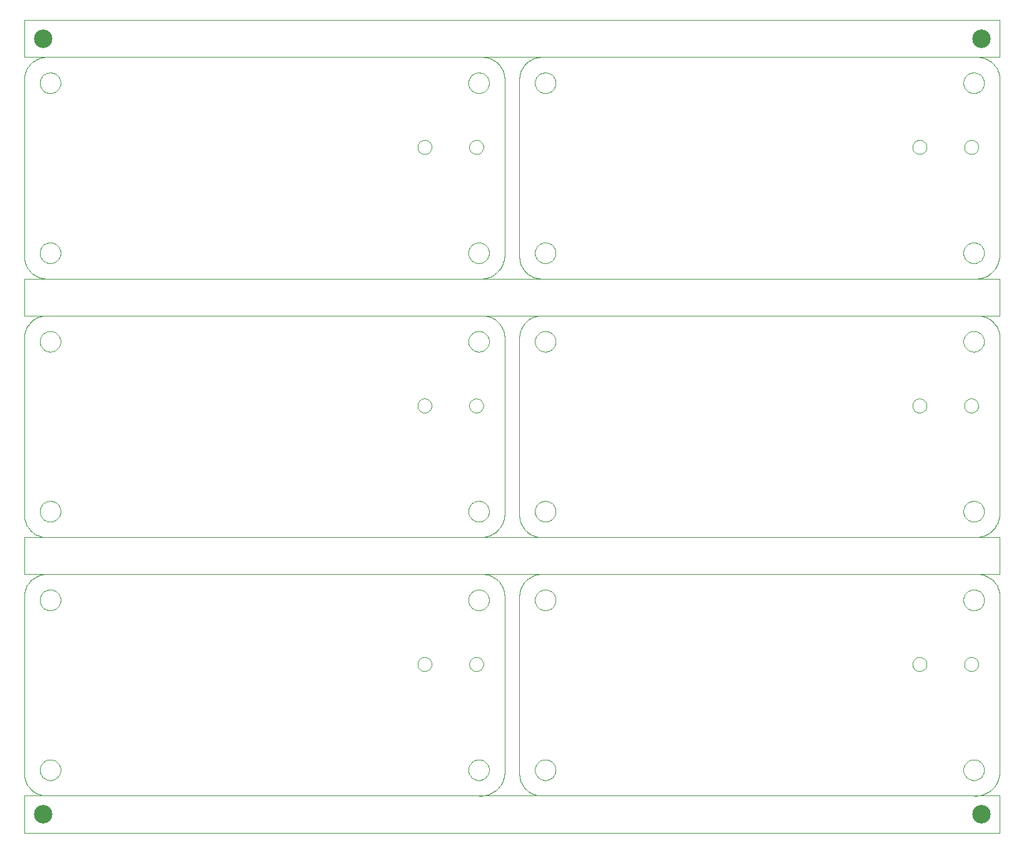
<source format=gko>
G04 CAM350 V9.5 (Build 208) Date:  Mon Jul 18 11:23:50 2016 *
G04 Database: e:\2016\7.18\2x2=2\2x2.cam *
G04 Layer 8: OhEyeZeroWithAu *
%FSLAX24Y24*%
%MOIN*%
%SFA1.000B1.000*%

%MIA0B0*%
%IPPOS*%
%ADD71C,0.00000*%
%ADD235C,0.09843*%
%LNOhEyeZeroWithAu*%
%LPD*%
G54D235*
X3634Y-698D03*
X53635D03*
X3634Y40640D03*
X53635D03*
G54D71*
X2650Y1467D02*
G01Y7963D01*
X3477Y10719D02*
G01X3479Y10766D01*
X3485Y10812*
X3495Y10858*
X3508Y10903*
X3526Y10946*
X3547Y10988*
X3571Y11028*
X3599Y11065*
X3630Y11100*
X3664Y11133*
X3700Y11162*
X3739Y11188*
X3780Y11211*
X3823Y11230*
X3867Y11246*
X3912Y11258*
X3958Y11266*
X4005Y11270*
X4051*
X4098Y11266*
X4144Y11258*
X4189Y11246*
X4233Y11230*
X4276Y11211*
X4317Y11188*
X4356Y11162*
X4392Y11133*
X4426Y11100*
X4457Y11065*
X4485Y11028*
X4509Y10988*
X4530Y10946*
X4548Y10903*
X4561Y10858*
X4571Y10812*
X4577Y10766*
X4579Y10719*
X4577Y10672*
X4571Y10626*
X4561Y10580*
X4548Y10535*
X4530Y10492*
X4509Y10450*
X4485Y10410*
X4457Y10373*
X4426Y10338*
X4392Y10305*
X4356Y10276*
X4317Y10250*
X4276Y10227*
X4233Y10208*
X4189Y10192*
X4144Y10180*
X4098Y10172*
X4051Y10168*
X4005*
X3958Y10172*
X3912Y10180*
X3867Y10192*
X3823Y10208*
X3780Y10227*
X3739Y10250*
X3700Y10276*
X3664Y10305*
X3630Y10338*
X3599Y10373*
X3571Y10410*
X3547Y10450*
X3526Y10492*
X3508Y10535*
X3495Y10580*
X3485Y10626*
X3479Y10672*
X3477Y10719*
X2650Y10916D02*
G01X2652Y10982D01*
X2657Y11048*
X2667Y11114*
X2680Y11179*
X2696Y11243*
X2716Y11306*
X2740Y11368*
X2767Y11428*
X2797Y11487*
X2831Y11544*
X2868Y11599*
X2908Y11652*
X2950Y11703*
X2996Y11751*
X3044Y11797*
X3095Y11839*
X3148Y11879*
X3203Y11916*
X3260Y11950*
X3319Y11980*
X3379Y12007*
X3441Y12031*
X3504Y12051*
X3568Y12067*
X3633Y12080*
X3699Y12090*
X3765Y12095*
X3831Y12097*
X27059*
X27125Y12095*
X27191Y12090*
X27257Y12080*
X27322Y12067*
X27386Y12051*
X27449Y12031*
X27511Y12007*
X27571Y11980*
X27630Y11950*
X27687Y11916*
X27742Y11879*
X27795Y11839*
X27846Y11797*
X27894Y11751*
X27940Y11703*
X27982Y11652*
X28022Y11599*
X28059Y11544*
X28093Y11487*
X28123Y11428*
X28150Y11368*
X28174Y11306*
X28194Y11243*
X28210Y11179*
X28223Y11114*
X28233Y11048*
X28238Y10982*
X28240Y10916*
X28241D02*
G01Y1467D01*
X28240Y1468D02*
G01X28233Y1398D01*
X28222Y1330*
X28207Y1262*
X28189Y1195*
X28167Y1129*
X28142Y1064*
X28113Y1001*
X28081Y940*
X28045Y880*
X28006Y822*
X27965Y767*
X27920Y714*
X27872Y663*
X27822Y615*
X27769Y570*
X27714Y527*
X27657Y488*
X27597Y452*
X27536Y419*
X27473Y390*
X27409Y364*
X27343Y341*
X27276Y322*
X27208Y307*
X27140Y296*
X27071Y288*
X27001Y284*
X26932Y283*
X26863Y287*
X26312Y1664D02*
G01X26314Y1711D01*
X26320Y1757*
X26330Y1803*
X26343Y1848*
X26361Y1891*
X26382Y1933*
X26406Y1973*
X26434Y2010*
X26465Y2045*
X26499Y2078*
X26535Y2107*
X26574Y2133*
X26615Y2156*
X26658Y2175*
X26702Y2191*
X26747Y2203*
X26793Y2211*
X26840Y2215*
X26886*
X26933Y2211*
X26979Y2203*
X27024Y2191*
X27068Y2175*
X27111Y2156*
X27152Y2133*
X27191Y2107*
X27227Y2078*
X27261Y2045*
X27292Y2010*
X27320Y1973*
X27344Y1933*
X27365Y1891*
X27383Y1848*
X27396Y1803*
X27406Y1757*
X27412Y1711*
X27414Y1664*
X27412Y1617*
X27406Y1571*
X27396Y1525*
X27383Y1480*
X27365Y1437*
X27344Y1395*
X27320Y1355*
X27292Y1318*
X27261Y1283*
X27227Y1250*
X27191Y1221*
X27152Y1195*
X27111Y1172*
X27068Y1153*
X27024Y1137*
X26979Y1125*
X26933Y1117*
X26886Y1113*
X26840*
X26793Y1117*
X26747Y1125*
X26702Y1137*
X26658Y1153*
X26615Y1172*
X26574Y1195*
X26535Y1221*
X26499Y1250*
X26465Y1283*
X26434Y1318*
X26406Y1355*
X26382Y1395*
X26361Y1437*
X26343Y1480*
X26330Y1525*
X26320Y1571*
X26314Y1617*
X26312Y1664*
X26863Y286D02*
G01X3831D01*
X3765Y288*
X3699Y293*
X3633Y303*
X3568Y316*
X3504Y332*
X3441Y352*
X3379Y376*
X3319Y403*
X3260Y433*
X3203Y467*
X3148Y504*
X3095Y544*
X3044Y586*
X2996Y632*
X2950Y680*
X2908Y731*
X2868Y784*
X2831Y839*
X2797Y896*
X2767Y955*
X2740Y1015*
X2716Y1077*
X2696Y1140*
X2680Y1204*
X2667Y1269*
X2657Y1335*
X2652Y1401*
X2650Y1467*
X3477Y1664D02*
G01X3479Y1711D01*
X3485Y1757*
X3495Y1803*
X3508Y1848*
X3526Y1891*
X3547Y1933*
X3571Y1973*
X3599Y2010*
X3630Y2045*
X3664Y2078*
X3700Y2107*
X3739Y2133*
X3780Y2156*
X3823Y2175*
X3867Y2191*
X3912Y2203*
X3958Y2211*
X4005Y2215*
X4051*
X4098Y2211*
X4144Y2203*
X4189Y2191*
X4233Y2175*
X4276Y2156*
X4317Y2133*
X4356Y2107*
X4392Y2078*
X4426Y2045*
X4457Y2010*
X4485Y1973*
X4509Y1933*
X4530Y1891*
X4548Y1848*
X4561Y1803*
X4571Y1757*
X4577Y1711*
X4579Y1664*
X4577Y1617*
X4571Y1571*
X4561Y1525*
X4548Y1480*
X4530Y1437*
X4509Y1395*
X4485Y1355*
X4457Y1318*
X4426Y1283*
X4392Y1250*
X4356Y1221*
X4317Y1195*
X4276Y1172*
X4233Y1153*
X4189Y1137*
X4144Y1125*
X4098Y1117*
X4051Y1113*
X4005*
X3958Y1117*
X3912Y1125*
X3867Y1137*
X3823Y1153*
X3780Y1172*
X3739Y1195*
X3700Y1221*
X3664Y1250*
X3630Y1283*
X3599Y1318*
X3571Y1355*
X3547Y1395*
X3526Y1437*
X3508Y1480*
X3495Y1525*
X3485Y1571*
X3479Y1617*
X3477Y1664*
X2650Y4814D02*
G01Y10916D01*
X23602Y7300D02*
G01X23604Y7338D01*
X23610Y7377*
X23620Y7414*
X23633Y7450*
X23651Y7484*
X23671Y7517*
X23695Y7547*
X23722Y7574*
X23752Y7599*
X23783Y7621*
X23817Y7639*
X23853Y7653*
X23890Y7664*
X23928Y7671*
X23966Y7674*
X24005Y7673*
X24043Y7668*
X24081Y7659*
X24117Y7646*
X24152Y7630*
X24185Y7610*
X24216Y7587*
X24244Y7561*
X24269Y7532*
X24292Y7501*
X24311Y7467*
X24326Y7432*
X24338Y7395*
X24346Y7358*
X24350Y7319*
Y7281*
X24346Y7242*
X24338Y7205*
X24326Y7168*
X24311Y7133*
X24292Y7099*
X24269Y7068*
X24244Y7039*
X24216Y7013*
X24185Y6990*
X24152Y6970*
X24117Y6954*
X24081Y6941*
X24043Y6932*
X24005Y6927*
X23966Y6926*
X23928Y6929*
X23890Y6936*
X23853Y6947*
X23817Y6961*
X23783Y6979*
X23752Y7001*
X23722Y7026*
X23695Y7053*
X23671Y7083*
X23651Y7116*
X23633Y7150*
X23620Y7186*
X23610Y7223*
X23604Y7262*
X23602Y7300*
X26358D02*
G01X26360Y7338D01*
X26366Y7377*
X26376Y7414*
X26389Y7450*
X26407Y7484*
X26427Y7517*
X26451Y7547*
X26478Y7574*
X26508Y7599*
X26539Y7621*
X26573Y7639*
X26609Y7653*
X26646Y7664*
X26684Y7671*
X26722Y7674*
X26761Y7673*
X26799Y7668*
X26837Y7659*
X26873Y7646*
X26908Y7630*
X26941Y7610*
X26972Y7587*
X27000Y7561*
X27025Y7532*
X27048Y7501*
X27067Y7467*
X27082Y7432*
X27094Y7395*
X27102Y7358*
X27106Y7319*
Y7281*
X27102Y7242*
X27094Y7205*
X27082Y7168*
X27067Y7133*
X27048Y7099*
X27025Y7068*
X27000Y7039*
X26972Y7013*
X26941Y6990*
X26908Y6970*
X26873Y6954*
X26837Y6941*
X26799Y6932*
X26761Y6927*
X26722Y6926*
X26684Y6929*
X26646Y6936*
X26609Y6947*
X26573Y6961*
X26539Y6979*
X26508Y7001*
X26478Y7026*
X26451Y7053*
X26427Y7083*
X26407Y7116*
X26389Y7150*
X26376Y7186*
X26366Y7223*
X26360Y7262*
X26358Y7300*
X26312Y10719D02*
G01X26314Y10766D01*
X26320Y10812*
X26330Y10858*
X26343Y10903*
X26361Y10946*
X26382Y10988*
X26406Y11028*
X26434Y11065*
X26465Y11100*
X26499Y11133*
X26535Y11162*
X26574Y11188*
X26615Y11211*
X26658Y11230*
X26702Y11246*
X26747Y11258*
X26793Y11266*
X26840Y11270*
X26886*
X26933Y11266*
X26979Y11258*
X27024Y11246*
X27068Y11230*
X27111Y11211*
X27152Y11188*
X27191Y11162*
X27227Y11133*
X27261Y11100*
X27292Y11065*
X27320Y11028*
X27344Y10988*
X27365Y10946*
X27383Y10903*
X27396Y10858*
X27406Y10812*
X27412Y10766*
X27414Y10719*
X27412Y10672*
X27406Y10626*
X27396Y10580*
X27383Y10535*
X27365Y10492*
X27344Y10450*
X27320Y10410*
X27292Y10373*
X27261Y10338*
X27227Y10305*
X27191Y10276*
X27152Y10250*
X27111Y10227*
X27068Y10208*
X27024Y10192*
X26979Y10180*
X26933Y10172*
X26886Y10168*
X26840*
X26793Y10172*
X26747Y10180*
X26702Y10192*
X26658Y10208*
X26615Y10227*
X26574Y10250*
X26535Y10276*
X26499Y10305*
X26465Y10338*
X26434Y10373*
X26406Y10410*
X26382Y10450*
X26361Y10492*
X26343Y10535*
X26330Y10580*
X26320Y10626*
X26314Y10672*
X26312Y10719*
X29028Y1467D02*
G01Y7963D01*
X29855Y10719D02*
G01X29857Y10766D01*
X29863Y10812*
X29873Y10858*
X29886Y10903*
X29904Y10946*
X29925Y10988*
X29949Y11028*
X29977Y11065*
X30008Y11100*
X30042Y11133*
X30078Y11162*
X30117Y11188*
X30158Y11211*
X30201Y11230*
X30245Y11246*
X30290Y11258*
X30336Y11266*
X30383Y11270*
X30429*
X30476Y11266*
X30522Y11258*
X30567Y11246*
X30611Y11230*
X30654Y11211*
X30695Y11188*
X30734Y11162*
X30770Y11133*
X30804Y11100*
X30835Y11065*
X30863Y11028*
X30887Y10988*
X30908Y10946*
X30926Y10903*
X30939Y10858*
X30949Y10812*
X30955Y10766*
X30957Y10719*
X30955Y10672*
X30949Y10626*
X30939Y10580*
X30926Y10535*
X30908Y10492*
X30887Y10450*
X30863Y10410*
X30835Y10373*
X30804Y10338*
X30770Y10305*
X30734Y10276*
X30695Y10250*
X30654Y10227*
X30611Y10208*
X30567Y10192*
X30522Y10180*
X30476Y10172*
X30429Y10168*
X30383*
X30336Y10172*
X30290Y10180*
X30245Y10192*
X30201Y10208*
X30158Y10227*
X30117Y10250*
X30078Y10276*
X30042Y10305*
X30008Y10338*
X29977Y10373*
X29949Y10410*
X29925Y10450*
X29904Y10492*
X29886Y10535*
X29873Y10580*
X29863Y10626*
X29857Y10672*
X29855Y10719*
X29028Y10916D02*
G01X29030Y10982D01*
X29035Y11048*
X29045Y11114*
X29058Y11179*
X29074Y11243*
X29094Y11306*
X29118Y11368*
X29145Y11428*
X29175Y11487*
X29209Y11544*
X29246Y11599*
X29286Y11652*
X29328Y11703*
X29374Y11751*
X29422Y11797*
X29473Y11839*
X29526Y11879*
X29581Y11916*
X29638Y11950*
X29697Y11980*
X29757Y12007*
X29819Y12031*
X29882Y12051*
X29946Y12067*
X30011Y12080*
X30077Y12090*
X30143Y12095*
X30209Y12097*
X53437*
X53503Y12095*
X53569Y12090*
X53635Y12080*
X53700Y12067*
X53764Y12051*
X53827Y12031*
X53889Y12007*
X53949Y11980*
X54008Y11950*
X54065Y11916*
X54120Y11879*
X54173Y11839*
X54224Y11797*
X54272Y11751*
X54318Y11703*
X54360Y11652*
X54400Y11599*
X54437Y11544*
X54471Y11487*
X54501Y11428*
X54528Y11368*
X54552Y11306*
X54572Y11243*
X54588Y11179*
X54601Y11114*
X54611Y11048*
X54616Y10982*
X54618Y10916*
X54619D02*
G01Y1467D01*
X54618Y1468D02*
G01X54611Y1398D01*
X54600Y1330*
X54585Y1262*
X54567Y1195*
X54545Y1129*
X54520Y1064*
X54491Y1001*
X54459Y940*
X54423Y880*
X54384Y822*
X54343Y767*
X54298Y714*
X54250Y663*
X54200Y615*
X54147Y570*
X54092Y527*
X54035Y488*
X53975Y452*
X53914Y419*
X53851Y390*
X53787Y364*
X53721Y341*
X53654Y322*
X53586Y307*
X53518Y296*
X53449Y288*
X53379Y284*
X53310Y283*
X53241Y287*
X52690Y1664D02*
G01X52692Y1711D01*
X52698Y1757*
X52708Y1803*
X52721Y1848*
X52739Y1891*
X52760Y1933*
X52784Y1973*
X52812Y2010*
X52843Y2045*
X52877Y2078*
X52913Y2107*
X52952Y2133*
X52993Y2156*
X53036Y2175*
X53080Y2191*
X53125Y2203*
X53171Y2211*
X53218Y2215*
X53264*
X53311Y2211*
X53357Y2203*
X53402Y2191*
X53446Y2175*
X53489Y2156*
X53530Y2133*
X53569Y2107*
X53605Y2078*
X53639Y2045*
X53670Y2010*
X53698Y1973*
X53722Y1933*
X53743Y1891*
X53761Y1848*
X53774Y1803*
X53784Y1757*
X53790Y1711*
X53792Y1664*
X53790Y1617*
X53784Y1571*
X53774Y1525*
X53761Y1480*
X53743Y1437*
X53722Y1395*
X53698Y1355*
X53670Y1318*
X53639Y1283*
X53605Y1250*
X53569Y1221*
X53530Y1195*
X53489Y1172*
X53446Y1153*
X53402Y1137*
X53357Y1125*
X53311Y1117*
X53264Y1113*
X53218*
X53171Y1117*
X53125Y1125*
X53080Y1137*
X53036Y1153*
X52993Y1172*
X52952Y1195*
X52913Y1221*
X52877Y1250*
X52843Y1283*
X52812Y1318*
X52784Y1355*
X52760Y1395*
X52739Y1437*
X52721Y1480*
X52708Y1525*
X52698Y1571*
X52692Y1617*
X52690Y1664*
X53241Y286D02*
G01X30209D01*
X30143Y288*
X30077Y293*
X30011Y303*
X29946Y316*
X29882Y332*
X29819Y352*
X29757Y376*
X29697Y403*
X29638Y433*
X29581Y467*
X29526Y504*
X29473Y544*
X29422Y586*
X29374Y632*
X29328Y680*
X29286Y731*
X29246Y784*
X29209Y839*
X29175Y896*
X29145Y955*
X29118Y1015*
X29094Y1077*
X29074Y1140*
X29058Y1204*
X29045Y1269*
X29035Y1335*
X29030Y1401*
X29028Y1467*
X29855Y1664D02*
G01X29857Y1711D01*
X29863Y1757*
X29873Y1803*
X29886Y1848*
X29904Y1891*
X29925Y1933*
X29949Y1973*
X29977Y2010*
X30008Y2045*
X30042Y2078*
X30078Y2107*
X30117Y2133*
X30158Y2156*
X30201Y2175*
X30245Y2191*
X30290Y2203*
X30336Y2211*
X30383Y2215*
X30429*
X30476Y2211*
X30522Y2203*
X30567Y2191*
X30611Y2175*
X30654Y2156*
X30695Y2133*
X30734Y2107*
X30770Y2078*
X30804Y2045*
X30835Y2010*
X30863Y1973*
X30887Y1933*
X30908Y1891*
X30926Y1848*
X30939Y1803*
X30949Y1757*
X30955Y1711*
X30957Y1664*
X30955Y1617*
X30949Y1571*
X30939Y1525*
X30926Y1480*
X30908Y1437*
X30887Y1395*
X30863Y1355*
X30835Y1318*
X30804Y1283*
X30770Y1250*
X30734Y1221*
X30695Y1195*
X30654Y1172*
X30611Y1153*
X30567Y1137*
X30522Y1125*
X30476Y1117*
X30429Y1113*
X30383*
X30336Y1117*
X30290Y1125*
X30245Y1137*
X30201Y1153*
X30158Y1172*
X30117Y1195*
X30078Y1221*
X30042Y1250*
X30008Y1283*
X29977Y1318*
X29949Y1355*
X29925Y1395*
X29904Y1437*
X29886Y1480*
X29873Y1525*
X29863Y1571*
X29857Y1617*
X29855Y1664*
X29028Y4814D02*
G01Y10916D01*
X49980Y7300D02*
G01X49982Y7338D01*
X49988Y7377*
X49998Y7414*
X50011Y7450*
X50029Y7484*
X50049Y7517*
X50073Y7547*
X50100Y7574*
X50130Y7599*
X50161Y7621*
X50195Y7639*
X50231Y7653*
X50268Y7664*
X50306Y7671*
X50344Y7674*
X50383Y7673*
X50421Y7668*
X50459Y7659*
X50495Y7646*
X50530Y7630*
X50563Y7610*
X50594Y7587*
X50622Y7561*
X50647Y7532*
X50670Y7501*
X50689Y7467*
X50704Y7432*
X50716Y7395*
X50724Y7358*
X50728Y7319*
Y7281*
X50724Y7242*
X50716Y7205*
X50704Y7168*
X50689Y7133*
X50670Y7099*
X50647Y7068*
X50622Y7039*
X50594Y7013*
X50563Y6990*
X50530Y6970*
X50495Y6954*
X50459Y6941*
X50421Y6932*
X50383Y6927*
X50344Y6926*
X50306Y6929*
X50268Y6936*
X50231Y6947*
X50195Y6961*
X50161Y6979*
X50130Y7001*
X50100Y7026*
X50073Y7053*
X50049Y7083*
X50029Y7116*
X50011Y7150*
X49998Y7186*
X49988Y7223*
X49982Y7262*
X49980Y7300*
X52736D02*
G01X52738Y7338D01*
X52744Y7377*
X52754Y7414*
X52767Y7450*
X52785Y7484*
X52805Y7517*
X52829Y7547*
X52856Y7574*
X52886Y7599*
X52917Y7621*
X52951Y7639*
X52987Y7653*
X53024Y7664*
X53062Y7671*
X53100Y7674*
X53139Y7673*
X53177Y7668*
X53215Y7659*
X53251Y7646*
X53286Y7630*
X53319Y7610*
X53350Y7587*
X53378Y7561*
X53403Y7532*
X53426Y7501*
X53445Y7467*
X53460Y7432*
X53472Y7395*
X53480Y7358*
X53484Y7319*
Y7281*
X53480Y7242*
X53472Y7205*
X53460Y7168*
X53445Y7133*
X53426Y7099*
X53403Y7068*
X53378Y7039*
X53350Y7013*
X53319Y6990*
X53286Y6970*
X53251Y6954*
X53215Y6941*
X53177Y6932*
X53139Y6927*
X53100Y6926*
X53062Y6929*
X53024Y6936*
X52987Y6947*
X52951Y6961*
X52917Y6979*
X52886Y7001*
X52856Y7026*
X52829Y7053*
X52805Y7083*
X52785Y7116*
X52767Y7150*
X52754Y7186*
X52744Y7223*
X52738Y7262*
X52736Y7300*
X52690Y10719D02*
G01X52692Y10766D01*
X52698Y10812*
X52708Y10858*
X52721Y10903*
X52739Y10946*
X52760Y10988*
X52784Y11028*
X52812Y11065*
X52843Y11100*
X52877Y11133*
X52913Y11162*
X52952Y11188*
X52993Y11211*
X53036Y11230*
X53080Y11246*
X53125Y11258*
X53171Y11266*
X53218Y11270*
X53264*
X53311Y11266*
X53357Y11258*
X53402Y11246*
X53446Y11230*
X53489Y11211*
X53530Y11188*
X53569Y11162*
X53605Y11133*
X53639Y11100*
X53670Y11065*
X53698Y11028*
X53722Y10988*
X53743Y10946*
X53761Y10903*
X53774Y10858*
X53784Y10812*
X53790Y10766*
X53792Y10719*
X53790Y10672*
X53784Y10626*
X53774Y10580*
X53761Y10535*
X53743Y10492*
X53722Y10450*
X53698Y10410*
X53670Y10373*
X53639Y10338*
X53605Y10305*
X53569Y10276*
X53530Y10250*
X53489Y10227*
X53446Y10208*
X53402Y10192*
X53357Y10180*
X53311Y10172*
X53264Y10168*
X53218*
X53171Y10172*
X53125Y10180*
X53080Y10192*
X53036Y10208*
X52993Y10227*
X52952Y10250*
X52913Y10276*
X52877Y10305*
X52843Y10338*
X52812Y10373*
X52784Y10410*
X52760Y10450*
X52739Y10492*
X52721Y10535*
X52708Y10580*
X52698Y10626*
X52692Y10672*
X52690Y10719*
X2650Y15247D02*
G01Y21743D01*
X3477Y24499D02*
G01X3479Y24546D01*
X3485Y24592*
X3495Y24638*
X3508Y24683*
X3526Y24726*
X3547Y24768*
X3571Y24808*
X3599Y24845*
X3630Y24880*
X3664Y24913*
X3700Y24942*
X3739Y24968*
X3780Y24991*
X3823Y25010*
X3867Y25026*
X3912Y25038*
X3958Y25046*
X4005Y25050*
X4051*
X4098Y25046*
X4144Y25038*
X4189Y25026*
X4233Y25010*
X4276Y24991*
X4317Y24968*
X4356Y24942*
X4392Y24913*
X4426Y24880*
X4457Y24845*
X4485Y24808*
X4509Y24768*
X4530Y24726*
X4548Y24683*
X4561Y24638*
X4571Y24592*
X4577Y24546*
X4579Y24499*
X4577Y24452*
X4571Y24406*
X4561Y24360*
X4548Y24315*
X4530Y24272*
X4509Y24230*
X4485Y24190*
X4457Y24153*
X4426Y24118*
X4392Y24085*
X4356Y24056*
X4317Y24030*
X4276Y24007*
X4233Y23988*
X4189Y23972*
X4144Y23960*
X4098Y23952*
X4051Y23948*
X4005*
X3958Y23952*
X3912Y23960*
X3867Y23972*
X3823Y23988*
X3780Y24007*
X3739Y24030*
X3700Y24056*
X3664Y24085*
X3630Y24118*
X3599Y24153*
X3571Y24190*
X3547Y24230*
X3526Y24272*
X3508Y24315*
X3495Y24360*
X3485Y24406*
X3479Y24452*
X3477Y24499*
X2650Y24696D02*
G01X2652Y24762D01*
X2657Y24828*
X2667Y24894*
X2680Y24959*
X2696Y25023*
X2716Y25086*
X2740Y25148*
X2767Y25208*
X2797Y25267*
X2831Y25324*
X2868Y25379*
X2908Y25432*
X2950Y25483*
X2996Y25531*
X3044Y25577*
X3095Y25619*
X3148Y25659*
X3203Y25696*
X3260Y25730*
X3319Y25760*
X3379Y25787*
X3441Y25811*
X3504Y25831*
X3568Y25847*
X3633Y25860*
X3699Y25870*
X3765Y25875*
X3831Y25877*
X27059*
X27125Y25875*
X27191Y25870*
X27257Y25860*
X27322Y25847*
X27386Y25831*
X27449Y25811*
X27511Y25787*
X27571Y25760*
X27630Y25730*
X27687Y25696*
X27742Y25659*
X27795Y25619*
X27846Y25577*
X27894Y25531*
X27940Y25483*
X27982Y25432*
X28022Y25379*
X28059Y25324*
X28093Y25267*
X28123Y25208*
X28150Y25148*
X28174Y25086*
X28194Y25023*
X28210Y24959*
X28223Y24894*
X28233Y24828*
X28238Y24762*
X28240Y24696*
X28241D02*
G01Y15247D01*
X28240Y15248D02*
G01X28233Y15178D01*
X28222Y15110*
X28207Y15042*
X28189Y14975*
X28167Y14909*
X28142Y14844*
X28113Y14781*
X28081Y14720*
X28045Y14660*
X28006Y14602*
X27965Y14547*
X27920Y14494*
X27872Y14443*
X27822Y14395*
X27769Y14350*
X27714Y14307*
X27657Y14268*
X27597Y14232*
X27536Y14199*
X27473Y14170*
X27409Y14144*
X27343Y14121*
X27276Y14102*
X27208Y14087*
X27140Y14076*
X27071Y14068*
X27001Y14064*
X26932Y14063*
X26863Y14067*
X26312Y15444D02*
G01X26314Y15491D01*
X26320Y15537*
X26330Y15583*
X26343Y15628*
X26361Y15671*
X26382Y15713*
X26406Y15753*
X26434Y15790*
X26465Y15825*
X26499Y15858*
X26535Y15887*
X26574Y15913*
X26615Y15936*
X26658Y15955*
X26702Y15971*
X26747Y15983*
X26793Y15991*
X26840Y15995*
X26886*
X26933Y15991*
X26979Y15983*
X27024Y15971*
X27068Y15955*
X27111Y15936*
X27152Y15913*
X27191Y15887*
X27227Y15858*
X27261Y15825*
X27292Y15790*
X27320Y15753*
X27344Y15713*
X27365Y15671*
X27383Y15628*
X27396Y15583*
X27406Y15537*
X27412Y15491*
X27414Y15444*
X27412Y15397*
X27406Y15351*
X27396Y15305*
X27383Y15260*
X27365Y15217*
X27344Y15175*
X27320Y15135*
X27292Y15098*
X27261Y15063*
X27227Y15030*
X27191Y15001*
X27152Y14975*
X27111Y14952*
X27068Y14933*
X27024Y14917*
X26979Y14905*
X26933Y14897*
X26886Y14893*
X26840*
X26793Y14897*
X26747Y14905*
X26702Y14917*
X26658Y14933*
X26615Y14952*
X26574Y14975*
X26535Y15001*
X26499Y15030*
X26465Y15063*
X26434Y15098*
X26406Y15135*
X26382Y15175*
X26361Y15217*
X26343Y15260*
X26330Y15305*
X26320Y15351*
X26314Y15397*
X26312Y15444*
X26863Y14066D02*
G01X3831D01*
X3765Y14068*
X3699Y14073*
X3633Y14083*
X3568Y14096*
X3504Y14112*
X3441Y14132*
X3379Y14156*
X3319Y14183*
X3260Y14213*
X3203Y14247*
X3148Y14284*
X3095Y14324*
X3044Y14366*
X2996Y14412*
X2950Y14460*
X2908Y14511*
X2868Y14564*
X2831Y14619*
X2797Y14676*
X2767Y14735*
X2740Y14795*
X2716Y14857*
X2696Y14920*
X2680Y14984*
X2667Y15049*
X2657Y15115*
X2652Y15181*
X2650Y15247*
X3477Y15444D02*
G01X3479Y15491D01*
X3485Y15537*
X3495Y15583*
X3508Y15628*
X3526Y15671*
X3547Y15713*
X3571Y15753*
X3599Y15790*
X3630Y15825*
X3664Y15858*
X3700Y15887*
X3739Y15913*
X3780Y15936*
X3823Y15955*
X3867Y15971*
X3912Y15983*
X3958Y15991*
X4005Y15995*
X4051*
X4098Y15991*
X4144Y15983*
X4189Y15971*
X4233Y15955*
X4276Y15936*
X4317Y15913*
X4356Y15887*
X4392Y15858*
X4426Y15825*
X4457Y15790*
X4485Y15753*
X4509Y15713*
X4530Y15671*
X4548Y15628*
X4561Y15583*
X4571Y15537*
X4577Y15491*
X4579Y15444*
X4577Y15397*
X4571Y15351*
X4561Y15305*
X4548Y15260*
X4530Y15217*
X4509Y15175*
X4485Y15135*
X4457Y15098*
X4426Y15063*
X4392Y15030*
X4356Y15001*
X4317Y14975*
X4276Y14952*
X4233Y14933*
X4189Y14917*
X4144Y14905*
X4098Y14897*
X4051Y14893*
X4005*
X3958Y14897*
X3912Y14905*
X3867Y14917*
X3823Y14933*
X3780Y14952*
X3739Y14975*
X3700Y15001*
X3664Y15030*
X3630Y15063*
X3599Y15098*
X3571Y15135*
X3547Y15175*
X3526Y15217*
X3508Y15260*
X3495Y15305*
X3485Y15351*
X3479Y15397*
X3477Y15444*
X2650Y18594D02*
G01Y24696D01*
X23602Y21080D02*
G01X23604Y21118D01*
X23610Y21157*
X23620Y21194*
X23633Y21230*
X23651Y21264*
X23671Y21297*
X23695Y21327*
X23722Y21354*
X23752Y21379*
X23783Y21401*
X23817Y21419*
X23853Y21433*
X23890Y21444*
X23928Y21451*
X23966Y21454*
X24005Y21453*
X24043Y21448*
X24081Y21439*
X24117Y21426*
X24152Y21410*
X24185Y21390*
X24216Y21367*
X24244Y21341*
X24269Y21312*
X24292Y21281*
X24311Y21247*
X24326Y21212*
X24338Y21175*
X24346Y21138*
X24350Y21099*
Y21061*
X24346Y21022*
X24338Y20985*
X24326Y20948*
X24311Y20913*
X24292Y20879*
X24269Y20848*
X24244Y20819*
X24216Y20793*
X24185Y20770*
X24152Y20750*
X24117Y20734*
X24081Y20721*
X24043Y20712*
X24005Y20707*
X23966Y20706*
X23928Y20709*
X23890Y20716*
X23853Y20727*
X23817Y20741*
X23783Y20759*
X23752Y20781*
X23722Y20806*
X23695Y20833*
X23671Y20863*
X23651Y20896*
X23633Y20930*
X23620Y20966*
X23610Y21003*
X23604Y21042*
X23602Y21080*
X26358D02*
G01X26360Y21118D01*
X26366Y21157*
X26376Y21194*
X26389Y21230*
X26407Y21264*
X26427Y21297*
X26451Y21327*
X26478Y21354*
X26508Y21379*
X26539Y21401*
X26573Y21419*
X26609Y21433*
X26646Y21444*
X26684Y21451*
X26722Y21454*
X26761Y21453*
X26799Y21448*
X26837Y21439*
X26873Y21426*
X26908Y21410*
X26941Y21390*
X26972Y21367*
X27000Y21341*
X27025Y21312*
X27048Y21281*
X27067Y21247*
X27082Y21212*
X27094Y21175*
X27102Y21138*
X27106Y21099*
Y21061*
X27102Y21022*
X27094Y20985*
X27082Y20948*
X27067Y20913*
X27048Y20879*
X27025Y20848*
X27000Y20819*
X26972Y20793*
X26941Y20770*
X26908Y20750*
X26873Y20734*
X26837Y20721*
X26799Y20712*
X26761Y20707*
X26722Y20706*
X26684Y20709*
X26646Y20716*
X26609Y20727*
X26573Y20741*
X26539Y20759*
X26508Y20781*
X26478Y20806*
X26451Y20833*
X26427Y20863*
X26407Y20896*
X26389Y20930*
X26376Y20966*
X26366Y21003*
X26360Y21042*
X26358Y21080*
X26312Y24499D02*
G01X26314Y24546D01*
X26320Y24592*
X26330Y24638*
X26343Y24683*
X26361Y24726*
X26382Y24768*
X26406Y24808*
X26434Y24845*
X26465Y24880*
X26499Y24913*
X26535Y24942*
X26574Y24968*
X26615Y24991*
X26658Y25010*
X26702Y25026*
X26747Y25038*
X26793Y25046*
X26840Y25050*
X26886*
X26933Y25046*
X26979Y25038*
X27024Y25026*
X27068Y25010*
X27111Y24991*
X27152Y24968*
X27191Y24942*
X27227Y24913*
X27261Y24880*
X27292Y24845*
X27320Y24808*
X27344Y24768*
X27365Y24726*
X27383Y24683*
X27396Y24638*
X27406Y24592*
X27412Y24546*
X27414Y24499*
X27412Y24452*
X27406Y24406*
X27396Y24360*
X27383Y24315*
X27365Y24272*
X27344Y24230*
X27320Y24190*
X27292Y24153*
X27261Y24118*
X27227Y24085*
X27191Y24056*
X27152Y24030*
X27111Y24007*
X27068Y23988*
X27024Y23972*
X26979Y23960*
X26933Y23952*
X26886Y23948*
X26840*
X26793Y23952*
X26747Y23960*
X26702Y23972*
X26658Y23988*
X26615Y24007*
X26574Y24030*
X26535Y24056*
X26499Y24085*
X26465Y24118*
X26434Y24153*
X26406Y24190*
X26382Y24230*
X26361Y24272*
X26343Y24315*
X26330Y24360*
X26320Y24406*
X26314Y24452*
X26312Y24499*
X29028Y15247D02*
G01Y21743D01*
X29855Y24499D02*
G01X29857Y24546D01*
X29863Y24592*
X29873Y24638*
X29886Y24683*
X29904Y24726*
X29925Y24768*
X29949Y24808*
X29977Y24845*
X30008Y24880*
X30042Y24913*
X30078Y24942*
X30117Y24968*
X30158Y24991*
X30201Y25010*
X30245Y25026*
X30290Y25038*
X30336Y25046*
X30383Y25050*
X30429*
X30476Y25046*
X30522Y25038*
X30567Y25026*
X30611Y25010*
X30654Y24991*
X30695Y24968*
X30734Y24942*
X30770Y24913*
X30804Y24880*
X30835Y24845*
X30863Y24808*
X30887Y24768*
X30908Y24726*
X30926Y24683*
X30939Y24638*
X30949Y24592*
X30955Y24546*
X30957Y24499*
X30955Y24452*
X30949Y24406*
X30939Y24360*
X30926Y24315*
X30908Y24272*
X30887Y24230*
X30863Y24190*
X30835Y24153*
X30804Y24118*
X30770Y24085*
X30734Y24056*
X30695Y24030*
X30654Y24007*
X30611Y23988*
X30567Y23972*
X30522Y23960*
X30476Y23952*
X30429Y23948*
X30383*
X30336Y23952*
X30290Y23960*
X30245Y23972*
X30201Y23988*
X30158Y24007*
X30117Y24030*
X30078Y24056*
X30042Y24085*
X30008Y24118*
X29977Y24153*
X29949Y24190*
X29925Y24230*
X29904Y24272*
X29886Y24315*
X29873Y24360*
X29863Y24406*
X29857Y24452*
X29855Y24499*
X29028Y24696D02*
G01X29030Y24762D01*
X29035Y24828*
X29045Y24894*
X29058Y24959*
X29074Y25023*
X29094Y25086*
X29118Y25148*
X29145Y25208*
X29175Y25267*
X29209Y25324*
X29246Y25379*
X29286Y25432*
X29328Y25483*
X29374Y25531*
X29422Y25577*
X29473Y25619*
X29526Y25659*
X29581Y25696*
X29638Y25730*
X29697Y25760*
X29757Y25787*
X29819Y25811*
X29882Y25831*
X29946Y25847*
X30011Y25860*
X30077Y25870*
X30143Y25875*
X30209Y25877*
X53437*
X53503Y25875*
X53569Y25870*
X53635Y25860*
X53700Y25847*
X53764Y25831*
X53827Y25811*
X53889Y25787*
X53949Y25760*
X54008Y25730*
X54065Y25696*
X54120Y25659*
X54173Y25619*
X54224Y25577*
X54272Y25531*
X54318Y25483*
X54360Y25432*
X54400Y25379*
X54437Y25324*
X54471Y25267*
X54501Y25208*
X54528Y25148*
X54552Y25086*
X54572Y25023*
X54588Y24959*
X54601Y24894*
X54611Y24828*
X54616Y24762*
X54618Y24696*
X54619D02*
G01Y15247D01*
X54618Y15248D02*
G01X54611Y15178D01*
X54600Y15110*
X54585Y15042*
X54567Y14975*
X54545Y14909*
X54520Y14844*
X54491Y14781*
X54459Y14720*
X54423Y14660*
X54384Y14602*
X54343Y14547*
X54298Y14494*
X54250Y14443*
X54200Y14395*
X54147Y14350*
X54092Y14307*
X54035Y14268*
X53975Y14232*
X53914Y14199*
X53851Y14170*
X53787Y14144*
X53721Y14121*
X53654Y14102*
X53586Y14087*
X53518Y14076*
X53449Y14068*
X53379Y14064*
X53310Y14063*
X53241Y14067*
X52690Y15444D02*
G01X52692Y15491D01*
X52698Y15537*
X52708Y15583*
X52721Y15628*
X52739Y15671*
X52760Y15713*
X52784Y15753*
X52812Y15790*
X52843Y15825*
X52877Y15858*
X52913Y15887*
X52952Y15913*
X52993Y15936*
X53036Y15955*
X53080Y15971*
X53125Y15983*
X53171Y15991*
X53218Y15995*
X53264*
X53311Y15991*
X53357Y15983*
X53402Y15971*
X53446Y15955*
X53489Y15936*
X53530Y15913*
X53569Y15887*
X53605Y15858*
X53639Y15825*
X53670Y15790*
X53698Y15753*
X53722Y15713*
X53743Y15671*
X53761Y15628*
X53774Y15583*
X53784Y15537*
X53790Y15491*
X53792Y15444*
X53790Y15397*
X53784Y15351*
X53774Y15305*
X53761Y15260*
X53743Y15217*
X53722Y15175*
X53698Y15135*
X53670Y15098*
X53639Y15063*
X53605Y15030*
X53569Y15001*
X53530Y14975*
X53489Y14952*
X53446Y14933*
X53402Y14917*
X53357Y14905*
X53311Y14897*
X53264Y14893*
X53218*
X53171Y14897*
X53125Y14905*
X53080Y14917*
X53036Y14933*
X52993Y14952*
X52952Y14975*
X52913Y15001*
X52877Y15030*
X52843Y15063*
X52812Y15098*
X52784Y15135*
X52760Y15175*
X52739Y15217*
X52721Y15260*
X52708Y15305*
X52698Y15351*
X52692Y15397*
X52690Y15444*
X53241Y14066D02*
G01X30209D01*
X30143Y14068*
X30077Y14073*
X30011Y14083*
X29946Y14096*
X29882Y14112*
X29819Y14132*
X29757Y14156*
X29697Y14183*
X29638Y14213*
X29581Y14247*
X29526Y14284*
X29473Y14324*
X29422Y14366*
X29374Y14412*
X29328Y14460*
X29286Y14511*
X29246Y14564*
X29209Y14619*
X29175Y14676*
X29145Y14735*
X29118Y14795*
X29094Y14857*
X29074Y14920*
X29058Y14984*
X29045Y15049*
X29035Y15115*
X29030Y15181*
X29028Y15247*
X29855Y15444D02*
G01X29857Y15491D01*
X29863Y15537*
X29873Y15583*
X29886Y15628*
X29904Y15671*
X29925Y15713*
X29949Y15753*
X29977Y15790*
X30008Y15825*
X30042Y15858*
X30078Y15887*
X30117Y15913*
X30158Y15936*
X30201Y15955*
X30245Y15971*
X30290Y15983*
X30336Y15991*
X30383Y15995*
X30429*
X30476Y15991*
X30522Y15983*
X30567Y15971*
X30611Y15955*
X30654Y15936*
X30695Y15913*
X30734Y15887*
X30770Y15858*
X30804Y15825*
X30835Y15790*
X30863Y15753*
X30887Y15713*
X30908Y15671*
X30926Y15628*
X30939Y15583*
X30949Y15537*
X30955Y15491*
X30957Y15444*
X30955Y15397*
X30949Y15351*
X30939Y15305*
X30926Y15260*
X30908Y15217*
X30887Y15175*
X30863Y15135*
X30835Y15098*
X30804Y15063*
X30770Y15030*
X30734Y15001*
X30695Y14975*
X30654Y14952*
X30611Y14933*
X30567Y14917*
X30522Y14905*
X30476Y14897*
X30429Y14893*
X30383*
X30336Y14897*
X30290Y14905*
X30245Y14917*
X30201Y14933*
X30158Y14952*
X30117Y14975*
X30078Y15001*
X30042Y15030*
X30008Y15063*
X29977Y15098*
X29949Y15135*
X29925Y15175*
X29904Y15217*
X29886Y15260*
X29873Y15305*
X29863Y15351*
X29857Y15397*
X29855Y15444*
X29028Y18594D02*
G01Y24696D01*
X49980Y21080D02*
G01X49982Y21118D01*
X49988Y21157*
X49998Y21194*
X50011Y21230*
X50029Y21264*
X50049Y21297*
X50073Y21327*
X50100Y21354*
X50130Y21379*
X50161Y21401*
X50195Y21419*
X50231Y21433*
X50268Y21444*
X50306Y21451*
X50344Y21454*
X50383Y21453*
X50421Y21448*
X50459Y21439*
X50495Y21426*
X50530Y21410*
X50563Y21390*
X50594Y21367*
X50622Y21341*
X50647Y21312*
X50670Y21281*
X50689Y21247*
X50704Y21212*
X50716Y21175*
X50724Y21138*
X50728Y21099*
Y21061*
X50724Y21022*
X50716Y20985*
X50704Y20948*
X50689Y20913*
X50670Y20879*
X50647Y20848*
X50622Y20819*
X50594Y20793*
X50563Y20770*
X50530Y20750*
X50495Y20734*
X50459Y20721*
X50421Y20712*
X50383Y20707*
X50344Y20706*
X50306Y20709*
X50268Y20716*
X50231Y20727*
X50195Y20741*
X50161Y20759*
X50130Y20781*
X50100Y20806*
X50073Y20833*
X50049Y20863*
X50029Y20896*
X50011Y20930*
X49998Y20966*
X49988Y21003*
X49982Y21042*
X49980Y21080*
X52736D02*
G01X52738Y21118D01*
X52744Y21157*
X52754Y21194*
X52767Y21230*
X52785Y21264*
X52805Y21297*
X52829Y21327*
X52856Y21354*
X52886Y21379*
X52917Y21401*
X52951Y21419*
X52987Y21433*
X53024Y21444*
X53062Y21451*
X53100Y21454*
X53139Y21453*
X53177Y21448*
X53215Y21439*
X53251Y21426*
X53286Y21410*
X53319Y21390*
X53350Y21367*
X53378Y21341*
X53403Y21312*
X53426Y21281*
X53445Y21247*
X53460Y21212*
X53472Y21175*
X53480Y21138*
X53484Y21099*
Y21061*
X53480Y21022*
X53472Y20985*
X53460Y20948*
X53445Y20913*
X53426Y20879*
X53403Y20848*
X53378Y20819*
X53350Y20793*
X53319Y20770*
X53286Y20750*
X53251Y20734*
X53215Y20721*
X53177Y20712*
X53139Y20707*
X53100Y20706*
X53062Y20709*
X53024Y20716*
X52987Y20727*
X52951Y20741*
X52917Y20759*
X52886Y20781*
X52856Y20806*
X52829Y20833*
X52805Y20863*
X52785Y20896*
X52767Y20930*
X52754Y20966*
X52744Y21003*
X52738Y21042*
X52736Y21080*
X52690Y24499D02*
G01X52692Y24546D01*
X52698Y24592*
X52708Y24638*
X52721Y24683*
X52739Y24726*
X52760Y24768*
X52784Y24808*
X52812Y24845*
X52843Y24880*
X52877Y24913*
X52913Y24942*
X52952Y24968*
X52993Y24991*
X53036Y25010*
X53080Y25026*
X53125Y25038*
X53171Y25046*
X53218Y25050*
X53264*
X53311Y25046*
X53357Y25038*
X53402Y25026*
X53446Y25010*
X53489Y24991*
X53530Y24968*
X53569Y24942*
X53605Y24913*
X53639Y24880*
X53670Y24845*
X53698Y24808*
X53722Y24768*
X53743Y24726*
X53761Y24683*
X53774Y24638*
X53784Y24592*
X53790Y24546*
X53792Y24499*
X53790Y24452*
X53784Y24406*
X53774Y24360*
X53761Y24315*
X53743Y24272*
X53722Y24230*
X53698Y24190*
X53670Y24153*
X53639Y24118*
X53605Y24085*
X53569Y24056*
X53530Y24030*
X53489Y24007*
X53446Y23988*
X53402Y23972*
X53357Y23960*
X53311Y23952*
X53264Y23948*
X53218*
X53171Y23952*
X53125Y23960*
X53080Y23972*
X53036Y23988*
X52993Y24007*
X52952Y24030*
X52913Y24056*
X52877Y24085*
X52843Y24118*
X52812Y24153*
X52784Y24190*
X52760Y24230*
X52739Y24272*
X52721Y24315*
X52708Y24360*
X52698Y24406*
X52692Y24452*
X52690Y24499*
X12098Y14066D02*
G01X54619D01*
Y12097*
X2650*
Y14066*
X38425*
X12098Y27845D02*
G01X54619D01*
Y25877*
X2650*
Y27845*
X38425*
X12098Y286D02*
G01X54619D01*
Y-1683*
X2650*
Y286*
X38425*
X2650Y29026D02*
G01Y35522D01*
X3477Y38278D02*
G01X3479Y38325D01*
X3485Y38371*
X3495Y38417*
X3508Y38462*
X3526Y38505*
X3547Y38547*
X3571Y38587*
X3599Y38624*
X3630Y38659*
X3664Y38692*
X3700Y38721*
X3739Y38747*
X3780Y38770*
X3823Y38789*
X3867Y38805*
X3912Y38817*
X3958Y38825*
X4005Y38829*
X4051*
X4098Y38825*
X4144Y38817*
X4189Y38805*
X4233Y38789*
X4276Y38770*
X4317Y38747*
X4356Y38721*
X4392Y38692*
X4426Y38659*
X4457Y38624*
X4485Y38587*
X4509Y38547*
X4530Y38505*
X4548Y38462*
X4561Y38417*
X4571Y38371*
X4577Y38325*
X4579Y38278*
X4577Y38231*
X4571Y38185*
X4561Y38139*
X4548Y38094*
X4530Y38051*
X4509Y38009*
X4485Y37969*
X4457Y37932*
X4426Y37897*
X4392Y37864*
X4356Y37835*
X4317Y37809*
X4276Y37786*
X4233Y37767*
X4189Y37751*
X4144Y37739*
X4098Y37731*
X4051Y37727*
X4005*
X3958Y37731*
X3912Y37739*
X3867Y37751*
X3823Y37767*
X3780Y37786*
X3739Y37809*
X3700Y37835*
X3664Y37864*
X3630Y37897*
X3599Y37932*
X3571Y37969*
X3547Y38009*
X3526Y38051*
X3508Y38094*
X3495Y38139*
X3485Y38185*
X3479Y38231*
X3477Y38278*
X2650Y38475D02*
G01X2652Y38541D01*
X2657Y38607*
X2667Y38673*
X2680Y38738*
X2696Y38802*
X2716Y38865*
X2740Y38927*
X2767Y38987*
X2797Y39046*
X2831Y39103*
X2868Y39158*
X2908Y39211*
X2950Y39262*
X2996Y39310*
X3044Y39356*
X3095Y39398*
X3148Y39438*
X3203Y39475*
X3260Y39509*
X3319Y39539*
X3379Y39566*
X3441Y39590*
X3504Y39610*
X3568Y39626*
X3633Y39639*
X3699Y39649*
X3765Y39654*
X3831Y39656*
X27059*
X27125Y39654*
X27191Y39649*
X27257Y39639*
X27322Y39626*
X27386Y39610*
X27449Y39590*
X27511Y39566*
X27571Y39539*
X27630Y39509*
X27687Y39475*
X27742Y39438*
X27795Y39398*
X27846Y39356*
X27894Y39310*
X27940Y39262*
X27982Y39211*
X28022Y39158*
X28059Y39103*
X28093Y39046*
X28123Y38987*
X28150Y38927*
X28174Y38865*
X28194Y38802*
X28210Y38738*
X28223Y38673*
X28233Y38607*
X28238Y38541*
X28240Y38475*
X28241D02*
G01Y29026D01*
X28240Y29027D02*
G01X28233Y28957D01*
X28222Y28889*
X28207Y28821*
X28189Y28754*
X28167Y28688*
X28142Y28623*
X28113Y28560*
X28081Y28499*
X28045Y28439*
X28006Y28381*
X27965Y28326*
X27920Y28273*
X27872Y28222*
X27822Y28174*
X27769Y28129*
X27714Y28086*
X27657Y28047*
X27597Y28011*
X27536Y27978*
X27473Y27949*
X27409Y27923*
X27343Y27900*
X27276Y27881*
X27208Y27866*
X27140Y27855*
X27071Y27847*
X27001Y27843*
X26932Y27842*
X26863Y27846*
X26312Y29223D02*
G01X26314Y29270D01*
X26320Y29316*
X26330Y29362*
X26343Y29407*
X26361Y29450*
X26382Y29492*
X26406Y29532*
X26434Y29569*
X26465Y29604*
X26499Y29637*
X26535Y29666*
X26574Y29692*
X26615Y29715*
X26658Y29734*
X26702Y29750*
X26747Y29762*
X26793Y29770*
X26840Y29774*
X26886*
X26933Y29770*
X26979Y29762*
X27024Y29750*
X27068Y29734*
X27111Y29715*
X27152Y29692*
X27191Y29666*
X27227Y29637*
X27261Y29604*
X27292Y29569*
X27320Y29532*
X27344Y29492*
X27365Y29450*
X27383Y29407*
X27396Y29362*
X27406Y29316*
X27412Y29270*
X27414Y29223*
X27412Y29176*
X27406Y29130*
X27396Y29084*
X27383Y29039*
X27365Y28996*
X27344Y28954*
X27320Y28914*
X27292Y28877*
X27261Y28842*
X27227Y28809*
X27191Y28780*
X27152Y28754*
X27111Y28731*
X27068Y28712*
X27024Y28696*
X26979Y28684*
X26933Y28676*
X26886Y28672*
X26840*
X26793Y28676*
X26747Y28684*
X26702Y28696*
X26658Y28712*
X26615Y28731*
X26574Y28754*
X26535Y28780*
X26499Y28809*
X26465Y28842*
X26434Y28877*
X26406Y28914*
X26382Y28954*
X26361Y28996*
X26343Y29039*
X26330Y29084*
X26320Y29130*
X26314Y29176*
X26312Y29223*
X26863Y27845D02*
G01X3831D01*
X3765Y27847*
X3699Y27852*
X3633Y27862*
X3568Y27875*
X3504Y27891*
X3441Y27911*
X3379Y27935*
X3319Y27962*
X3260Y27992*
X3203Y28026*
X3148Y28063*
X3095Y28103*
X3044Y28145*
X2996Y28191*
X2950Y28239*
X2908Y28290*
X2868Y28343*
X2831Y28398*
X2797Y28455*
X2767Y28514*
X2740Y28574*
X2716Y28636*
X2696Y28699*
X2680Y28763*
X2667Y28828*
X2657Y28894*
X2652Y28960*
X2650Y29026*
X3477Y29223D02*
G01X3479Y29270D01*
X3485Y29316*
X3495Y29362*
X3508Y29407*
X3526Y29450*
X3547Y29492*
X3571Y29532*
X3599Y29569*
X3630Y29604*
X3664Y29637*
X3700Y29666*
X3739Y29692*
X3780Y29715*
X3823Y29734*
X3867Y29750*
X3912Y29762*
X3958Y29770*
X4005Y29774*
X4051*
X4098Y29770*
X4144Y29762*
X4189Y29750*
X4233Y29734*
X4276Y29715*
X4317Y29692*
X4356Y29666*
X4392Y29637*
X4426Y29604*
X4457Y29569*
X4485Y29532*
X4509Y29492*
X4530Y29450*
X4548Y29407*
X4561Y29362*
X4571Y29316*
X4577Y29270*
X4579Y29223*
X4577Y29176*
X4571Y29130*
X4561Y29084*
X4548Y29039*
X4530Y28996*
X4509Y28954*
X4485Y28914*
X4457Y28877*
X4426Y28842*
X4392Y28809*
X4356Y28780*
X4317Y28754*
X4276Y28731*
X4233Y28712*
X4189Y28696*
X4144Y28684*
X4098Y28676*
X4051Y28672*
X4005*
X3958Y28676*
X3912Y28684*
X3867Y28696*
X3823Y28712*
X3780Y28731*
X3739Y28754*
X3700Y28780*
X3664Y28809*
X3630Y28842*
X3599Y28877*
X3571Y28914*
X3547Y28954*
X3526Y28996*
X3508Y29039*
X3495Y29084*
X3485Y29130*
X3479Y29176*
X3477Y29223*
X2650Y32373D02*
G01Y38475D01*
X23602Y34859D02*
G01X23604Y34897D01*
X23610Y34936*
X23620Y34973*
X23633Y35009*
X23651Y35043*
X23671Y35076*
X23695Y35106*
X23722Y35133*
X23752Y35158*
X23783Y35180*
X23817Y35198*
X23853Y35212*
X23890Y35223*
X23928Y35230*
X23966Y35233*
X24005Y35232*
X24043Y35227*
X24081Y35218*
X24117Y35205*
X24152Y35189*
X24185Y35169*
X24216Y35146*
X24244Y35120*
X24269Y35091*
X24292Y35060*
X24311Y35026*
X24326Y34991*
X24338Y34954*
X24346Y34917*
X24350Y34878*
Y34840*
X24346Y34801*
X24338Y34764*
X24326Y34727*
X24311Y34692*
X24292Y34658*
X24269Y34627*
X24244Y34598*
X24216Y34572*
X24185Y34549*
X24152Y34529*
X24117Y34513*
X24081Y34500*
X24043Y34491*
X24005Y34486*
X23966Y34485*
X23928Y34488*
X23890Y34495*
X23853Y34506*
X23817Y34520*
X23783Y34538*
X23752Y34560*
X23722Y34585*
X23695Y34612*
X23671Y34642*
X23651Y34675*
X23633Y34709*
X23620Y34745*
X23610Y34782*
X23604Y34821*
X23602Y34859*
X26358D02*
G01X26360Y34897D01*
X26366Y34936*
X26376Y34973*
X26389Y35009*
X26407Y35043*
X26427Y35076*
X26451Y35106*
X26478Y35133*
X26508Y35158*
X26539Y35180*
X26573Y35198*
X26609Y35212*
X26646Y35223*
X26684Y35230*
X26722Y35233*
X26761Y35232*
X26799Y35227*
X26837Y35218*
X26873Y35205*
X26908Y35189*
X26941Y35169*
X26972Y35146*
X27000Y35120*
X27025Y35091*
X27048Y35060*
X27067Y35026*
X27082Y34991*
X27094Y34954*
X27102Y34917*
X27106Y34878*
Y34840*
X27102Y34801*
X27094Y34764*
X27082Y34727*
X27067Y34692*
X27048Y34658*
X27025Y34627*
X27000Y34598*
X26972Y34572*
X26941Y34549*
X26908Y34529*
X26873Y34513*
X26837Y34500*
X26799Y34491*
X26761Y34486*
X26722Y34485*
X26684Y34488*
X26646Y34495*
X26609Y34506*
X26573Y34520*
X26539Y34538*
X26508Y34560*
X26478Y34585*
X26451Y34612*
X26427Y34642*
X26407Y34675*
X26389Y34709*
X26376Y34745*
X26366Y34782*
X26360Y34821*
X26358Y34859*
X26312Y38278D02*
G01X26314Y38325D01*
X26320Y38371*
X26330Y38417*
X26343Y38462*
X26361Y38505*
X26382Y38547*
X26406Y38587*
X26434Y38624*
X26465Y38659*
X26499Y38692*
X26535Y38721*
X26574Y38747*
X26615Y38770*
X26658Y38789*
X26702Y38805*
X26747Y38817*
X26793Y38825*
X26840Y38829*
X26886*
X26933Y38825*
X26979Y38817*
X27024Y38805*
X27068Y38789*
X27111Y38770*
X27152Y38747*
X27191Y38721*
X27227Y38692*
X27261Y38659*
X27292Y38624*
X27320Y38587*
X27344Y38547*
X27365Y38505*
X27383Y38462*
X27396Y38417*
X27406Y38371*
X27412Y38325*
X27414Y38278*
X27412Y38231*
X27406Y38185*
X27396Y38139*
X27383Y38094*
X27365Y38051*
X27344Y38009*
X27320Y37969*
X27292Y37932*
X27261Y37897*
X27227Y37864*
X27191Y37835*
X27152Y37809*
X27111Y37786*
X27068Y37767*
X27024Y37751*
X26979Y37739*
X26933Y37731*
X26886Y37727*
X26840*
X26793Y37731*
X26747Y37739*
X26702Y37751*
X26658Y37767*
X26615Y37786*
X26574Y37809*
X26535Y37835*
X26499Y37864*
X26465Y37897*
X26434Y37932*
X26406Y37969*
X26382Y38009*
X26361Y38051*
X26343Y38094*
X26330Y38139*
X26320Y38185*
X26314Y38231*
X26312Y38278*
X29028Y29026D02*
G01Y35522D01*
X29855Y38278D02*
G01X29857Y38325D01*
X29863Y38371*
X29873Y38417*
X29886Y38462*
X29904Y38505*
X29925Y38547*
X29949Y38587*
X29977Y38624*
X30008Y38659*
X30042Y38692*
X30078Y38721*
X30117Y38747*
X30158Y38770*
X30201Y38789*
X30245Y38805*
X30290Y38817*
X30336Y38825*
X30383Y38829*
X30429*
X30476Y38825*
X30522Y38817*
X30567Y38805*
X30611Y38789*
X30654Y38770*
X30695Y38747*
X30734Y38721*
X30770Y38692*
X30804Y38659*
X30835Y38624*
X30863Y38587*
X30887Y38547*
X30908Y38505*
X30926Y38462*
X30939Y38417*
X30949Y38371*
X30955Y38325*
X30957Y38278*
X30955Y38231*
X30949Y38185*
X30939Y38139*
X30926Y38094*
X30908Y38051*
X30887Y38009*
X30863Y37969*
X30835Y37932*
X30804Y37897*
X30770Y37864*
X30734Y37835*
X30695Y37809*
X30654Y37786*
X30611Y37767*
X30567Y37751*
X30522Y37739*
X30476Y37731*
X30429Y37727*
X30383*
X30336Y37731*
X30290Y37739*
X30245Y37751*
X30201Y37767*
X30158Y37786*
X30117Y37809*
X30078Y37835*
X30042Y37864*
X30008Y37897*
X29977Y37932*
X29949Y37969*
X29925Y38009*
X29904Y38051*
X29886Y38094*
X29873Y38139*
X29863Y38185*
X29857Y38231*
X29855Y38278*
X29028Y38475D02*
G01X29030Y38541D01*
X29035Y38607*
X29045Y38673*
X29058Y38738*
X29074Y38802*
X29094Y38865*
X29118Y38927*
X29145Y38987*
X29175Y39046*
X29209Y39103*
X29246Y39158*
X29286Y39211*
X29328Y39262*
X29374Y39310*
X29422Y39356*
X29473Y39398*
X29526Y39438*
X29581Y39475*
X29638Y39509*
X29697Y39539*
X29757Y39566*
X29819Y39590*
X29882Y39610*
X29946Y39626*
X30011Y39639*
X30077Y39649*
X30143Y39654*
X30209Y39656*
X53437*
X53503Y39654*
X53569Y39649*
X53635Y39639*
X53700Y39626*
X53764Y39610*
X53827Y39590*
X53889Y39566*
X53949Y39539*
X54008Y39509*
X54065Y39475*
X54120Y39438*
X54173Y39398*
X54224Y39356*
X54272Y39310*
X54318Y39262*
X54360Y39211*
X54400Y39158*
X54437Y39103*
X54471Y39046*
X54501Y38987*
X54528Y38927*
X54552Y38865*
X54572Y38802*
X54588Y38738*
X54601Y38673*
X54611Y38607*
X54616Y38541*
X54618Y38475*
X54619D02*
G01Y29026D01*
X54618Y29027D02*
G01X54611Y28957D01*
X54600Y28889*
X54585Y28821*
X54567Y28754*
X54545Y28688*
X54520Y28623*
X54491Y28560*
X54459Y28499*
X54423Y28439*
X54384Y28381*
X54343Y28326*
X54298Y28273*
X54250Y28222*
X54200Y28174*
X54147Y28129*
X54092Y28086*
X54035Y28047*
X53975Y28011*
X53914Y27978*
X53851Y27949*
X53787Y27923*
X53721Y27900*
X53654Y27881*
X53586Y27866*
X53518Y27855*
X53449Y27847*
X53379Y27843*
X53310Y27842*
X53241Y27846*
X52690Y29223D02*
G01X52692Y29270D01*
X52698Y29316*
X52708Y29362*
X52721Y29407*
X52739Y29450*
X52760Y29492*
X52784Y29532*
X52812Y29569*
X52843Y29604*
X52877Y29637*
X52913Y29666*
X52952Y29692*
X52993Y29715*
X53036Y29734*
X53080Y29750*
X53125Y29762*
X53171Y29770*
X53218Y29774*
X53264*
X53311Y29770*
X53357Y29762*
X53402Y29750*
X53446Y29734*
X53489Y29715*
X53530Y29692*
X53569Y29666*
X53605Y29637*
X53639Y29604*
X53670Y29569*
X53698Y29532*
X53722Y29492*
X53743Y29450*
X53761Y29407*
X53774Y29362*
X53784Y29316*
X53790Y29270*
X53792Y29223*
X53790Y29176*
X53784Y29130*
X53774Y29084*
X53761Y29039*
X53743Y28996*
X53722Y28954*
X53698Y28914*
X53670Y28877*
X53639Y28842*
X53605Y28809*
X53569Y28780*
X53530Y28754*
X53489Y28731*
X53446Y28712*
X53402Y28696*
X53357Y28684*
X53311Y28676*
X53264Y28672*
X53218*
X53171Y28676*
X53125Y28684*
X53080Y28696*
X53036Y28712*
X52993Y28731*
X52952Y28754*
X52913Y28780*
X52877Y28809*
X52843Y28842*
X52812Y28877*
X52784Y28914*
X52760Y28954*
X52739Y28996*
X52721Y29039*
X52708Y29084*
X52698Y29130*
X52692Y29176*
X52690Y29223*
X53241Y27845D02*
G01X30209D01*
X30143Y27847*
X30077Y27852*
X30011Y27862*
X29946Y27875*
X29882Y27891*
X29819Y27911*
X29757Y27935*
X29697Y27962*
X29638Y27992*
X29581Y28026*
X29526Y28063*
X29473Y28103*
X29422Y28145*
X29374Y28191*
X29328Y28239*
X29286Y28290*
X29246Y28343*
X29209Y28398*
X29175Y28455*
X29145Y28514*
X29118Y28574*
X29094Y28636*
X29074Y28699*
X29058Y28763*
X29045Y28828*
X29035Y28894*
X29030Y28960*
X29028Y29026*
X29855Y29223D02*
G01X29857Y29270D01*
X29863Y29316*
X29873Y29362*
X29886Y29407*
X29904Y29450*
X29925Y29492*
X29949Y29532*
X29977Y29569*
X30008Y29604*
X30042Y29637*
X30078Y29666*
X30117Y29692*
X30158Y29715*
X30201Y29734*
X30245Y29750*
X30290Y29762*
X30336Y29770*
X30383Y29774*
X30429*
X30476Y29770*
X30522Y29762*
X30567Y29750*
X30611Y29734*
X30654Y29715*
X30695Y29692*
X30734Y29666*
X30770Y29637*
X30804Y29604*
X30835Y29569*
X30863Y29532*
X30887Y29492*
X30908Y29450*
X30926Y29407*
X30939Y29362*
X30949Y29316*
X30955Y29270*
X30957Y29223*
X30955Y29176*
X30949Y29130*
X30939Y29084*
X30926Y29039*
X30908Y28996*
X30887Y28954*
X30863Y28914*
X30835Y28877*
X30804Y28842*
X30770Y28809*
X30734Y28780*
X30695Y28754*
X30654Y28731*
X30611Y28712*
X30567Y28696*
X30522Y28684*
X30476Y28676*
X30429Y28672*
X30383*
X30336Y28676*
X30290Y28684*
X30245Y28696*
X30201Y28712*
X30158Y28731*
X30117Y28754*
X30078Y28780*
X30042Y28809*
X30008Y28842*
X29977Y28877*
X29949Y28914*
X29925Y28954*
X29904Y28996*
X29886Y29039*
X29873Y29084*
X29863Y29130*
X29857Y29176*
X29855Y29223*
X29028Y32373D02*
G01Y38475D01*
X49980Y34859D02*
G01X49982Y34897D01*
X49988Y34936*
X49998Y34973*
X50011Y35009*
X50029Y35043*
X50049Y35076*
X50073Y35106*
X50100Y35133*
X50130Y35158*
X50161Y35180*
X50195Y35198*
X50231Y35212*
X50268Y35223*
X50306Y35230*
X50344Y35233*
X50383Y35232*
X50421Y35227*
X50459Y35218*
X50495Y35205*
X50530Y35189*
X50563Y35169*
X50594Y35146*
X50622Y35120*
X50647Y35091*
X50670Y35060*
X50689Y35026*
X50704Y34991*
X50716Y34954*
X50724Y34917*
X50728Y34878*
Y34840*
X50724Y34801*
X50716Y34764*
X50704Y34727*
X50689Y34692*
X50670Y34658*
X50647Y34627*
X50622Y34598*
X50594Y34572*
X50563Y34549*
X50530Y34529*
X50495Y34513*
X50459Y34500*
X50421Y34491*
X50383Y34486*
X50344Y34485*
X50306Y34488*
X50268Y34495*
X50231Y34506*
X50195Y34520*
X50161Y34538*
X50130Y34560*
X50100Y34585*
X50073Y34612*
X50049Y34642*
X50029Y34675*
X50011Y34709*
X49998Y34745*
X49988Y34782*
X49982Y34821*
X49980Y34859*
X52736D02*
G01X52738Y34897D01*
X52744Y34936*
X52754Y34973*
X52767Y35009*
X52785Y35043*
X52805Y35076*
X52829Y35106*
X52856Y35133*
X52886Y35158*
X52917Y35180*
X52951Y35198*
X52987Y35212*
X53024Y35223*
X53062Y35230*
X53100Y35233*
X53139Y35232*
X53177Y35227*
X53215Y35218*
X53251Y35205*
X53286Y35189*
X53319Y35169*
X53350Y35146*
X53378Y35120*
X53403Y35091*
X53426Y35060*
X53445Y35026*
X53460Y34991*
X53472Y34954*
X53480Y34917*
X53484Y34878*
Y34840*
X53480Y34801*
X53472Y34764*
X53460Y34727*
X53445Y34692*
X53426Y34658*
X53403Y34627*
X53378Y34598*
X53350Y34572*
X53319Y34549*
X53286Y34529*
X53251Y34513*
X53215Y34500*
X53177Y34491*
X53139Y34486*
X53100Y34485*
X53062Y34488*
X53024Y34495*
X52987Y34506*
X52951Y34520*
X52917Y34538*
X52886Y34560*
X52856Y34585*
X52829Y34612*
X52805Y34642*
X52785Y34675*
X52767Y34709*
X52754Y34745*
X52744Y34782*
X52738Y34821*
X52736Y34859*
X52690Y38278D02*
G01X52692Y38325D01*
X52698Y38371*
X52708Y38417*
X52721Y38462*
X52739Y38505*
X52760Y38547*
X52784Y38587*
X52812Y38624*
X52843Y38659*
X52877Y38692*
X52913Y38721*
X52952Y38747*
X52993Y38770*
X53036Y38789*
X53080Y38805*
X53125Y38817*
X53171Y38825*
X53218Y38829*
X53264*
X53311Y38825*
X53357Y38817*
X53402Y38805*
X53446Y38789*
X53489Y38770*
X53530Y38747*
X53569Y38721*
X53605Y38692*
X53639Y38659*
X53670Y38624*
X53698Y38587*
X53722Y38547*
X53743Y38505*
X53761Y38462*
X53774Y38417*
X53784Y38371*
X53790Y38325*
X53792Y38278*
X53790Y38231*
X53784Y38185*
X53774Y38139*
X53761Y38094*
X53743Y38051*
X53722Y38009*
X53698Y37969*
X53670Y37932*
X53639Y37897*
X53605Y37864*
X53569Y37835*
X53530Y37809*
X53489Y37786*
X53446Y37767*
X53402Y37751*
X53357Y37739*
X53311Y37731*
X53264Y37727*
X53218*
X53171Y37731*
X53125Y37739*
X53080Y37751*
X53036Y37767*
X52993Y37786*
X52952Y37809*
X52913Y37835*
X52877Y37864*
X52843Y37897*
X52812Y37932*
X52784Y37969*
X52760Y38009*
X52739Y38051*
X52721Y38094*
X52708Y38139*
X52698Y38185*
X52692Y38231*
X52690Y38278*
X12098Y41625D02*
G01X54619D01*
Y39656*
X2650*
Y41625*
X38425*
M02*

</source>
